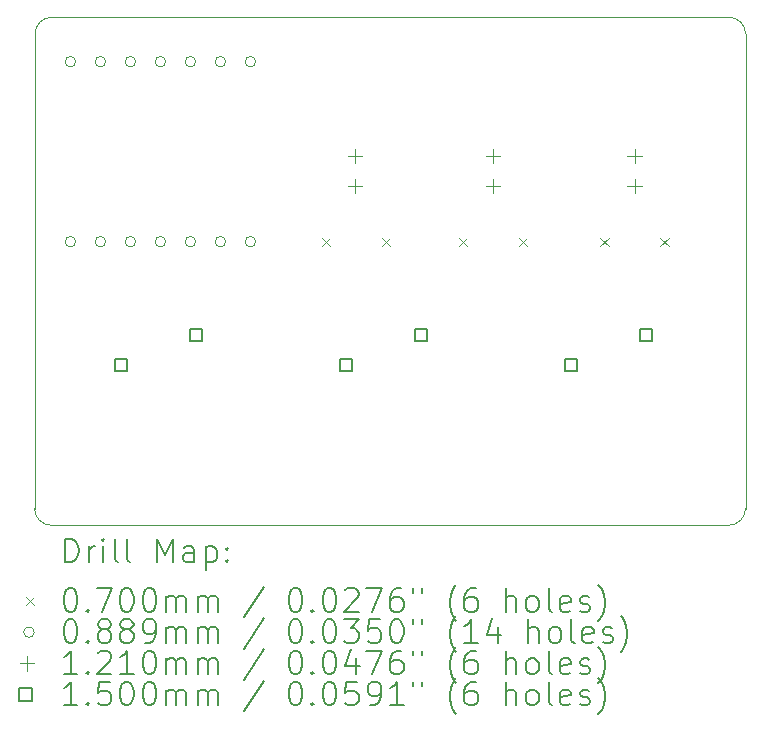
<source format=gbr>
%TF.GenerationSoftware,KiCad,Pcbnew,9.0.2*%
%TF.CreationDate,2025-07-03T20:49:34-05:00*%
%TF.ProjectId,pathfinder,70617468-6669-46e6-9465-722e6b696361,rev?*%
%TF.SameCoordinates,Original*%
%TF.FileFunction,Drillmap*%
%TF.FilePolarity,Positive*%
%FSLAX45Y45*%
G04 Gerber Fmt 4.5, Leading zero omitted, Abs format (unit mm)*
G04 Created by KiCad (PCBNEW 9.0.2) date 2025-07-03 20:49:34*
%MOMM*%
%LPD*%
G01*
G04 APERTURE LIST*
%ADD10C,0.050000*%
%ADD11C,0.200000*%
%ADD12C,0.100000*%
%ADD13C,0.121000*%
%ADD14C,0.150000*%
G04 APERTURE END LIST*
D10*
X8725000Y-7300000D02*
X14460000Y-7300000D01*
X14600000Y-11460000D02*
G75*
G02*
X14460000Y-11600000I-140000J0D01*
G01*
X8585000Y-7440000D02*
X8580000Y-11460000D01*
X8720000Y-11600000D02*
G75*
G02*
X8580000Y-11460000I0J140000D01*
G01*
X14460000Y-7300000D02*
G75*
G02*
X14600000Y-7440000I0J-140000D01*
G01*
X14600000Y-7440000D02*
X14600000Y-11460000D01*
X8585000Y-7440000D02*
G75*
G02*
X8725000Y-7300000I140000J0D01*
G01*
X14460000Y-11600000D02*
X8720000Y-11600000D01*
D11*
D12*
X11011000Y-9165000D02*
X11081000Y-9235000D01*
X11081000Y-9165000D02*
X11011000Y-9235000D01*
X11519000Y-9165000D02*
X11589000Y-9235000D01*
X11589000Y-9165000D02*
X11519000Y-9235000D01*
X12171000Y-9165000D02*
X12241000Y-9235000D01*
X12241000Y-9165000D02*
X12171000Y-9235000D01*
X12679000Y-9165000D02*
X12749000Y-9235000D01*
X12749000Y-9165000D02*
X12679000Y-9235000D01*
X13371000Y-9165000D02*
X13441000Y-9235000D01*
X13441000Y-9165000D02*
X13371000Y-9235000D01*
X13879000Y-9165000D02*
X13949000Y-9235000D01*
X13949000Y-9165000D02*
X13879000Y-9235000D01*
X8928550Y-7676000D02*
G75*
G02*
X8839650Y-7676000I-44450J0D01*
G01*
X8839650Y-7676000D02*
G75*
G02*
X8928550Y-7676000I44450J0D01*
G01*
X8928550Y-9200000D02*
G75*
G02*
X8839650Y-9200000I-44450J0D01*
G01*
X8839650Y-9200000D02*
G75*
G02*
X8928550Y-9200000I44450J0D01*
G01*
X9182550Y-7676000D02*
G75*
G02*
X9093650Y-7676000I-44450J0D01*
G01*
X9093650Y-7676000D02*
G75*
G02*
X9182550Y-7676000I44450J0D01*
G01*
X9182550Y-9200000D02*
G75*
G02*
X9093650Y-9200000I-44450J0D01*
G01*
X9093650Y-9200000D02*
G75*
G02*
X9182550Y-9200000I44450J0D01*
G01*
X9436550Y-7676000D02*
G75*
G02*
X9347650Y-7676000I-44450J0D01*
G01*
X9347650Y-7676000D02*
G75*
G02*
X9436550Y-7676000I44450J0D01*
G01*
X9436550Y-9200000D02*
G75*
G02*
X9347650Y-9200000I-44450J0D01*
G01*
X9347650Y-9200000D02*
G75*
G02*
X9436550Y-9200000I44450J0D01*
G01*
X9690550Y-7676000D02*
G75*
G02*
X9601650Y-7676000I-44450J0D01*
G01*
X9601650Y-7676000D02*
G75*
G02*
X9690550Y-7676000I44450J0D01*
G01*
X9690550Y-9200000D02*
G75*
G02*
X9601650Y-9200000I-44450J0D01*
G01*
X9601650Y-9200000D02*
G75*
G02*
X9690550Y-9200000I44450J0D01*
G01*
X9944550Y-7676000D02*
G75*
G02*
X9855650Y-7676000I-44450J0D01*
G01*
X9855650Y-7676000D02*
G75*
G02*
X9944550Y-7676000I44450J0D01*
G01*
X9944550Y-9200000D02*
G75*
G02*
X9855650Y-9200000I-44450J0D01*
G01*
X9855650Y-9200000D02*
G75*
G02*
X9944550Y-9200000I44450J0D01*
G01*
X10198550Y-7676000D02*
G75*
G02*
X10109650Y-7676000I-44450J0D01*
G01*
X10109650Y-7676000D02*
G75*
G02*
X10198550Y-7676000I44450J0D01*
G01*
X10198550Y-9200000D02*
G75*
G02*
X10109650Y-9200000I-44450J0D01*
G01*
X10109650Y-9200000D02*
G75*
G02*
X10198550Y-9200000I44450J0D01*
G01*
X10452550Y-7676000D02*
G75*
G02*
X10363650Y-7676000I-44450J0D01*
G01*
X10363650Y-7676000D02*
G75*
G02*
X10452550Y-7676000I44450J0D01*
G01*
X10452550Y-9200000D02*
G75*
G02*
X10363650Y-9200000I-44450J0D01*
G01*
X10363650Y-9200000D02*
G75*
G02*
X10452550Y-9200000I44450J0D01*
G01*
D13*
X11293300Y-8412500D02*
X11293300Y-8533500D01*
X11232800Y-8473000D02*
X11353800Y-8473000D01*
X11293300Y-8666500D02*
X11293300Y-8787500D01*
X11232800Y-8727000D02*
X11353800Y-8727000D01*
X12460000Y-8412500D02*
X12460000Y-8533500D01*
X12399500Y-8473000D02*
X12520500Y-8473000D01*
X12460000Y-8666500D02*
X12460000Y-8787500D01*
X12399500Y-8727000D02*
X12520500Y-8727000D01*
X13660000Y-8412500D02*
X13660000Y-8533500D01*
X13599500Y-8473000D02*
X13720500Y-8473000D01*
X13660000Y-8666500D02*
X13660000Y-8787500D01*
X13599500Y-8727000D02*
X13720500Y-8727000D01*
D14*
X9364034Y-10299034D02*
X9364034Y-10192967D01*
X9257967Y-10192967D01*
X9257967Y-10299034D01*
X9364034Y-10299034D01*
X9999034Y-10045034D02*
X9999034Y-9938967D01*
X9892967Y-9938967D01*
X9892967Y-10045034D01*
X9999034Y-10045034D01*
X11269033Y-10299034D02*
X11269033Y-10192967D01*
X11162967Y-10192967D01*
X11162967Y-10299034D01*
X11269033Y-10299034D01*
X11904033Y-10045034D02*
X11904033Y-9938967D01*
X11797966Y-9938967D01*
X11797966Y-10045034D01*
X11904033Y-10045034D01*
X13174033Y-10299034D02*
X13174033Y-10192967D01*
X13067966Y-10192967D01*
X13067966Y-10299034D01*
X13174033Y-10299034D01*
X13809033Y-10045034D02*
X13809033Y-9938967D01*
X13702966Y-9938967D01*
X13702966Y-10045034D01*
X13809033Y-10045034D01*
D11*
X8838277Y-11913984D02*
X8838277Y-11713984D01*
X8838277Y-11713984D02*
X8885896Y-11713984D01*
X8885896Y-11713984D02*
X8914467Y-11723508D01*
X8914467Y-11723508D02*
X8933515Y-11742555D01*
X8933515Y-11742555D02*
X8943039Y-11761603D01*
X8943039Y-11761603D02*
X8952563Y-11799698D01*
X8952563Y-11799698D02*
X8952563Y-11828269D01*
X8952563Y-11828269D02*
X8943039Y-11866365D01*
X8943039Y-11866365D02*
X8933515Y-11885412D01*
X8933515Y-11885412D02*
X8914467Y-11904460D01*
X8914467Y-11904460D02*
X8885896Y-11913984D01*
X8885896Y-11913984D02*
X8838277Y-11913984D01*
X9038277Y-11913984D02*
X9038277Y-11780650D01*
X9038277Y-11818746D02*
X9047801Y-11799698D01*
X9047801Y-11799698D02*
X9057324Y-11790174D01*
X9057324Y-11790174D02*
X9076372Y-11780650D01*
X9076372Y-11780650D02*
X9095420Y-11780650D01*
X9162086Y-11913984D02*
X9162086Y-11780650D01*
X9162086Y-11713984D02*
X9152563Y-11723508D01*
X9152563Y-11723508D02*
X9162086Y-11733031D01*
X9162086Y-11733031D02*
X9171610Y-11723508D01*
X9171610Y-11723508D02*
X9162086Y-11713984D01*
X9162086Y-11713984D02*
X9162086Y-11733031D01*
X9285896Y-11913984D02*
X9266848Y-11904460D01*
X9266848Y-11904460D02*
X9257324Y-11885412D01*
X9257324Y-11885412D02*
X9257324Y-11713984D01*
X9390658Y-11913984D02*
X9371610Y-11904460D01*
X9371610Y-11904460D02*
X9362086Y-11885412D01*
X9362086Y-11885412D02*
X9362086Y-11713984D01*
X9619229Y-11913984D02*
X9619229Y-11713984D01*
X9619229Y-11713984D02*
X9685896Y-11856841D01*
X9685896Y-11856841D02*
X9752563Y-11713984D01*
X9752563Y-11713984D02*
X9752563Y-11913984D01*
X9933515Y-11913984D02*
X9933515Y-11809222D01*
X9933515Y-11809222D02*
X9923991Y-11790174D01*
X9923991Y-11790174D02*
X9904944Y-11780650D01*
X9904944Y-11780650D02*
X9866848Y-11780650D01*
X9866848Y-11780650D02*
X9847801Y-11790174D01*
X9933515Y-11904460D02*
X9914467Y-11913984D01*
X9914467Y-11913984D02*
X9866848Y-11913984D01*
X9866848Y-11913984D02*
X9847801Y-11904460D01*
X9847801Y-11904460D02*
X9838277Y-11885412D01*
X9838277Y-11885412D02*
X9838277Y-11866365D01*
X9838277Y-11866365D02*
X9847801Y-11847317D01*
X9847801Y-11847317D02*
X9866848Y-11837793D01*
X9866848Y-11837793D02*
X9914467Y-11837793D01*
X9914467Y-11837793D02*
X9933515Y-11828269D01*
X10028753Y-11780650D02*
X10028753Y-11980650D01*
X10028753Y-11790174D02*
X10047801Y-11780650D01*
X10047801Y-11780650D02*
X10085896Y-11780650D01*
X10085896Y-11780650D02*
X10104944Y-11790174D01*
X10104944Y-11790174D02*
X10114467Y-11799698D01*
X10114467Y-11799698D02*
X10123991Y-11818746D01*
X10123991Y-11818746D02*
X10123991Y-11875888D01*
X10123991Y-11875888D02*
X10114467Y-11894936D01*
X10114467Y-11894936D02*
X10104944Y-11904460D01*
X10104944Y-11904460D02*
X10085896Y-11913984D01*
X10085896Y-11913984D02*
X10047801Y-11913984D01*
X10047801Y-11913984D02*
X10028753Y-11904460D01*
X10209705Y-11894936D02*
X10219229Y-11904460D01*
X10219229Y-11904460D02*
X10209705Y-11913984D01*
X10209705Y-11913984D02*
X10200182Y-11904460D01*
X10200182Y-11904460D02*
X10209705Y-11894936D01*
X10209705Y-11894936D02*
X10209705Y-11913984D01*
X10209705Y-11790174D02*
X10219229Y-11799698D01*
X10219229Y-11799698D02*
X10209705Y-11809222D01*
X10209705Y-11809222D02*
X10200182Y-11799698D01*
X10200182Y-11799698D02*
X10209705Y-11790174D01*
X10209705Y-11790174D02*
X10209705Y-11809222D01*
D12*
X8507500Y-12207500D02*
X8577500Y-12277500D01*
X8577500Y-12207500D02*
X8507500Y-12277500D01*
D11*
X8876372Y-12133984D02*
X8895420Y-12133984D01*
X8895420Y-12133984D02*
X8914467Y-12143508D01*
X8914467Y-12143508D02*
X8923991Y-12153031D01*
X8923991Y-12153031D02*
X8933515Y-12172079D01*
X8933515Y-12172079D02*
X8943039Y-12210174D01*
X8943039Y-12210174D02*
X8943039Y-12257793D01*
X8943039Y-12257793D02*
X8933515Y-12295888D01*
X8933515Y-12295888D02*
X8923991Y-12314936D01*
X8923991Y-12314936D02*
X8914467Y-12324460D01*
X8914467Y-12324460D02*
X8895420Y-12333984D01*
X8895420Y-12333984D02*
X8876372Y-12333984D01*
X8876372Y-12333984D02*
X8857324Y-12324460D01*
X8857324Y-12324460D02*
X8847801Y-12314936D01*
X8847801Y-12314936D02*
X8838277Y-12295888D01*
X8838277Y-12295888D02*
X8828753Y-12257793D01*
X8828753Y-12257793D02*
X8828753Y-12210174D01*
X8828753Y-12210174D02*
X8838277Y-12172079D01*
X8838277Y-12172079D02*
X8847801Y-12153031D01*
X8847801Y-12153031D02*
X8857324Y-12143508D01*
X8857324Y-12143508D02*
X8876372Y-12133984D01*
X9028753Y-12314936D02*
X9038277Y-12324460D01*
X9038277Y-12324460D02*
X9028753Y-12333984D01*
X9028753Y-12333984D02*
X9019229Y-12324460D01*
X9019229Y-12324460D02*
X9028753Y-12314936D01*
X9028753Y-12314936D02*
X9028753Y-12333984D01*
X9104944Y-12133984D02*
X9238277Y-12133984D01*
X9238277Y-12133984D02*
X9152563Y-12333984D01*
X9352563Y-12133984D02*
X9371610Y-12133984D01*
X9371610Y-12133984D02*
X9390658Y-12143508D01*
X9390658Y-12143508D02*
X9400182Y-12153031D01*
X9400182Y-12153031D02*
X9409705Y-12172079D01*
X9409705Y-12172079D02*
X9419229Y-12210174D01*
X9419229Y-12210174D02*
X9419229Y-12257793D01*
X9419229Y-12257793D02*
X9409705Y-12295888D01*
X9409705Y-12295888D02*
X9400182Y-12314936D01*
X9400182Y-12314936D02*
X9390658Y-12324460D01*
X9390658Y-12324460D02*
X9371610Y-12333984D01*
X9371610Y-12333984D02*
X9352563Y-12333984D01*
X9352563Y-12333984D02*
X9333515Y-12324460D01*
X9333515Y-12324460D02*
X9323991Y-12314936D01*
X9323991Y-12314936D02*
X9314467Y-12295888D01*
X9314467Y-12295888D02*
X9304944Y-12257793D01*
X9304944Y-12257793D02*
X9304944Y-12210174D01*
X9304944Y-12210174D02*
X9314467Y-12172079D01*
X9314467Y-12172079D02*
X9323991Y-12153031D01*
X9323991Y-12153031D02*
X9333515Y-12143508D01*
X9333515Y-12143508D02*
X9352563Y-12133984D01*
X9543039Y-12133984D02*
X9562086Y-12133984D01*
X9562086Y-12133984D02*
X9581134Y-12143508D01*
X9581134Y-12143508D02*
X9590658Y-12153031D01*
X9590658Y-12153031D02*
X9600182Y-12172079D01*
X9600182Y-12172079D02*
X9609705Y-12210174D01*
X9609705Y-12210174D02*
X9609705Y-12257793D01*
X9609705Y-12257793D02*
X9600182Y-12295888D01*
X9600182Y-12295888D02*
X9590658Y-12314936D01*
X9590658Y-12314936D02*
X9581134Y-12324460D01*
X9581134Y-12324460D02*
X9562086Y-12333984D01*
X9562086Y-12333984D02*
X9543039Y-12333984D01*
X9543039Y-12333984D02*
X9523991Y-12324460D01*
X9523991Y-12324460D02*
X9514467Y-12314936D01*
X9514467Y-12314936D02*
X9504944Y-12295888D01*
X9504944Y-12295888D02*
X9495420Y-12257793D01*
X9495420Y-12257793D02*
X9495420Y-12210174D01*
X9495420Y-12210174D02*
X9504944Y-12172079D01*
X9504944Y-12172079D02*
X9514467Y-12153031D01*
X9514467Y-12153031D02*
X9523991Y-12143508D01*
X9523991Y-12143508D02*
X9543039Y-12133984D01*
X9695420Y-12333984D02*
X9695420Y-12200650D01*
X9695420Y-12219698D02*
X9704944Y-12210174D01*
X9704944Y-12210174D02*
X9723991Y-12200650D01*
X9723991Y-12200650D02*
X9752563Y-12200650D01*
X9752563Y-12200650D02*
X9771610Y-12210174D01*
X9771610Y-12210174D02*
X9781134Y-12229222D01*
X9781134Y-12229222D02*
X9781134Y-12333984D01*
X9781134Y-12229222D02*
X9790658Y-12210174D01*
X9790658Y-12210174D02*
X9809705Y-12200650D01*
X9809705Y-12200650D02*
X9838277Y-12200650D01*
X9838277Y-12200650D02*
X9857325Y-12210174D01*
X9857325Y-12210174D02*
X9866848Y-12229222D01*
X9866848Y-12229222D02*
X9866848Y-12333984D01*
X9962086Y-12333984D02*
X9962086Y-12200650D01*
X9962086Y-12219698D02*
X9971610Y-12210174D01*
X9971610Y-12210174D02*
X9990658Y-12200650D01*
X9990658Y-12200650D02*
X10019229Y-12200650D01*
X10019229Y-12200650D02*
X10038277Y-12210174D01*
X10038277Y-12210174D02*
X10047801Y-12229222D01*
X10047801Y-12229222D02*
X10047801Y-12333984D01*
X10047801Y-12229222D02*
X10057325Y-12210174D01*
X10057325Y-12210174D02*
X10076372Y-12200650D01*
X10076372Y-12200650D02*
X10104944Y-12200650D01*
X10104944Y-12200650D02*
X10123991Y-12210174D01*
X10123991Y-12210174D02*
X10133515Y-12229222D01*
X10133515Y-12229222D02*
X10133515Y-12333984D01*
X10523991Y-12124460D02*
X10352563Y-12381603D01*
X10781134Y-12133984D02*
X10800182Y-12133984D01*
X10800182Y-12133984D02*
X10819229Y-12143508D01*
X10819229Y-12143508D02*
X10828753Y-12153031D01*
X10828753Y-12153031D02*
X10838277Y-12172079D01*
X10838277Y-12172079D02*
X10847801Y-12210174D01*
X10847801Y-12210174D02*
X10847801Y-12257793D01*
X10847801Y-12257793D02*
X10838277Y-12295888D01*
X10838277Y-12295888D02*
X10828753Y-12314936D01*
X10828753Y-12314936D02*
X10819229Y-12324460D01*
X10819229Y-12324460D02*
X10800182Y-12333984D01*
X10800182Y-12333984D02*
X10781134Y-12333984D01*
X10781134Y-12333984D02*
X10762087Y-12324460D01*
X10762087Y-12324460D02*
X10752563Y-12314936D01*
X10752563Y-12314936D02*
X10743039Y-12295888D01*
X10743039Y-12295888D02*
X10733515Y-12257793D01*
X10733515Y-12257793D02*
X10733515Y-12210174D01*
X10733515Y-12210174D02*
X10743039Y-12172079D01*
X10743039Y-12172079D02*
X10752563Y-12153031D01*
X10752563Y-12153031D02*
X10762087Y-12143508D01*
X10762087Y-12143508D02*
X10781134Y-12133984D01*
X10933515Y-12314936D02*
X10943039Y-12324460D01*
X10943039Y-12324460D02*
X10933515Y-12333984D01*
X10933515Y-12333984D02*
X10923991Y-12324460D01*
X10923991Y-12324460D02*
X10933515Y-12314936D01*
X10933515Y-12314936D02*
X10933515Y-12333984D01*
X11066848Y-12133984D02*
X11085896Y-12133984D01*
X11085896Y-12133984D02*
X11104944Y-12143508D01*
X11104944Y-12143508D02*
X11114468Y-12153031D01*
X11114468Y-12153031D02*
X11123991Y-12172079D01*
X11123991Y-12172079D02*
X11133515Y-12210174D01*
X11133515Y-12210174D02*
X11133515Y-12257793D01*
X11133515Y-12257793D02*
X11123991Y-12295888D01*
X11123991Y-12295888D02*
X11114468Y-12314936D01*
X11114468Y-12314936D02*
X11104944Y-12324460D01*
X11104944Y-12324460D02*
X11085896Y-12333984D01*
X11085896Y-12333984D02*
X11066848Y-12333984D01*
X11066848Y-12333984D02*
X11047801Y-12324460D01*
X11047801Y-12324460D02*
X11038277Y-12314936D01*
X11038277Y-12314936D02*
X11028753Y-12295888D01*
X11028753Y-12295888D02*
X11019229Y-12257793D01*
X11019229Y-12257793D02*
X11019229Y-12210174D01*
X11019229Y-12210174D02*
X11028753Y-12172079D01*
X11028753Y-12172079D02*
X11038277Y-12153031D01*
X11038277Y-12153031D02*
X11047801Y-12143508D01*
X11047801Y-12143508D02*
X11066848Y-12133984D01*
X11209706Y-12153031D02*
X11219229Y-12143508D01*
X11219229Y-12143508D02*
X11238277Y-12133984D01*
X11238277Y-12133984D02*
X11285896Y-12133984D01*
X11285896Y-12133984D02*
X11304944Y-12143508D01*
X11304944Y-12143508D02*
X11314467Y-12153031D01*
X11314467Y-12153031D02*
X11323991Y-12172079D01*
X11323991Y-12172079D02*
X11323991Y-12191127D01*
X11323991Y-12191127D02*
X11314467Y-12219698D01*
X11314467Y-12219698D02*
X11200182Y-12333984D01*
X11200182Y-12333984D02*
X11323991Y-12333984D01*
X11390658Y-12133984D02*
X11523991Y-12133984D01*
X11523991Y-12133984D02*
X11438277Y-12333984D01*
X11685896Y-12133984D02*
X11647801Y-12133984D01*
X11647801Y-12133984D02*
X11628753Y-12143508D01*
X11628753Y-12143508D02*
X11619229Y-12153031D01*
X11619229Y-12153031D02*
X11600182Y-12181603D01*
X11600182Y-12181603D02*
X11590658Y-12219698D01*
X11590658Y-12219698D02*
X11590658Y-12295888D01*
X11590658Y-12295888D02*
X11600182Y-12314936D01*
X11600182Y-12314936D02*
X11609706Y-12324460D01*
X11609706Y-12324460D02*
X11628753Y-12333984D01*
X11628753Y-12333984D02*
X11666848Y-12333984D01*
X11666848Y-12333984D02*
X11685896Y-12324460D01*
X11685896Y-12324460D02*
X11695420Y-12314936D01*
X11695420Y-12314936D02*
X11704944Y-12295888D01*
X11704944Y-12295888D02*
X11704944Y-12248269D01*
X11704944Y-12248269D02*
X11695420Y-12229222D01*
X11695420Y-12229222D02*
X11685896Y-12219698D01*
X11685896Y-12219698D02*
X11666848Y-12210174D01*
X11666848Y-12210174D02*
X11628753Y-12210174D01*
X11628753Y-12210174D02*
X11609706Y-12219698D01*
X11609706Y-12219698D02*
X11600182Y-12229222D01*
X11600182Y-12229222D02*
X11590658Y-12248269D01*
X11781134Y-12133984D02*
X11781134Y-12172079D01*
X11857325Y-12133984D02*
X11857325Y-12172079D01*
X12152563Y-12410174D02*
X12143039Y-12400650D01*
X12143039Y-12400650D02*
X12123991Y-12372079D01*
X12123991Y-12372079D02*
X12114468Y-12353031D01*
X12114468Y-12353031D02*
X12104944Y-12324460D01*
X12104944Y-12324460D02*
X12095420Y-12276841D01*
X12095420Y-12276841D02*
X12095420Y-12238746D01*
X12095420Y-12238746D02*
X12104944Y-12191127D01*
X12104944Y-12191127D02*
X12114468Y-12162555D01*
X12114468Y-12162555D02*
X12123991Y-12143508D01*
X12123991Y-12143508D02*
X12143039Y-12114936D01*
X12143039Y-12114936D02*
X12152563Y-12105412D01*
X12314468Y-12133984D02*
X12276372Y-12133984D01*
X12276372Y-12133984D02*
X12257325Y-12143508D01*
X12257325Y-12143508D02*
X12247801Y-12153031D01*
X12247801Y-12153031D02*
X12228753Y-12181603D01*
X12228753Y-12181603D02*
X12219229Y-12219698D01*
X12219229Y-12219698D02*
X12219229Y-12295888D01*
X12219229Y-12295888D02*
X12228753Y-12314936D01*
X12228753Y-12314936D02*
X12238277Y-12324460D01*
X12238277Y-12324460D02*
X12257325Y-12333984D01*
X12257325Y-12333984D02*
X12295420Y-12333984D01*
X12295420Y-12333984D02*
X12314468Y-12324460D01*
X12314468Y-12324460D02*
X12323991Y-12314936D01*
X12323991Y-12314936D02*
X12333515Y-12295888D01*
X12333515Y-12295888D02*
X12333515Y-12248269D01*
X12333515Y-12248269D02*
X12323991Y-12229222D01*
X12323991Y-12229222D02*
X12314468Y-12219698D01*
X12314468Y-12219698D02*
X12295420Y-12210174D01*
X12295420Y-12210174D02*
X12257325Y-12210174D01*
X12257325Y-12210174D02*
X12238277Y-12219698D01*
X12238277Y-12219698D02*
X12228753Y-12229222D01*
X12228753Y-12229222D02*
X12219229Y-12248269D01*
X12571610Y-12333984D02*
X12571610Y-12133984D01*
X12657325Y-12333984D02*
X12657325Y-12229222D01*
X12657325Y-12229222D02*
X12647801Y-12210174D01*
X12647801Y-12210174D02*
X12628753Y-12200650D01*
X12628753Y-12200650D02*
X12600182Y-12200650D01*
X12600182Y-12200650D02*
X12581134Y-12210174D01*
X12581134Y-12210174D02*
X12571610Y-12219698D01*
X12781134Y-12333984D02*
X12762087Y-12324460D01*
X12762087Y-12324460D02*
X12752563Y-12314936D01*
X12752563Y-12314936D02*
X12743039Y-12295888D01*
X12743039Y-12295888D02*
X12743039Y-12238746D01*
X12743039Y-12238746D02*
X12752563Y-12219698D01*
X12752563Y-12219698D02*
X12762087Y-12210174D01*
X12762087Y-12210174D02*
X12781134Y-12200650D01*
X12781134Y-12200650D02*
X12809706Y-12200650D01*
X12809706Y-12200650D02*
X12828753Y-12210174D01*
X12828753Y-12210174D02*
X12838277Y-12219698D01*
X12838277Y-12219698D02*
X12847801Y-12238746D01*
X12847801Y-12238746D02*
X12847801Y-12295888D01*
X12847801Y-12295888D02*
X12838277Y-12314936D01*
X12838277Y-12314936D02*
X12828753Y-12324460D01*
X12828753Y-12324460D02*
X12809706Y-12333984D01*
X12809706Y-12333984D02*
X12781134Y-12333984D01*
X12962087Y-12333984D02*
X12943039Y-12324460D01*
X12943039Y-12324460D02*
X12933515Y-12305412D01*
X12933515Y-12305412D02*
X12933515Y-12133984D01*
X13114468Y-12324460D02*
X13095420Y-12333984D01*
X13095420Y-12333984D02*
X13057325Y-12333984D01*
X13057325Y-12333984D02*
X13038277Y-12324460D01*
X13038277Y-12324460D02*
X13028753Y-12305412D01*
X13028753Y-12305412D02*
X13028753Y-12229222D01*
X13028753Y-12229222D02*
X13038277Y-12210174D01*
X13038277Y-12210174D02*
X13057325Y-12200650D01*
X13057325Y-12200650D02*
X13095420Y-12200650D01*
X13095420Y-12200650D02*
X13114468Y-12210174D01*
X13114468Y-12210174D02*
X13123991Y-12229222D01*
X13123991Y-12229222D02*
X13123991Y-12248269D01*
X13123991Y-12248269D02*
X13028753Y-12267317D01*
X13200182Y-12324460D02*
X13219230Y-12333984D01*
X13219230Y-12333984D02*
X13257325Y-12333984D01*
X13257325Y-12333984D02*
X13276372Y-12324460D01*
X13276372Y-12324460D02*
X13285896Y-12305412D01*
X13285896Y-12305412D02*
X13285896Y-12295888D01*
X13285896Y-12295888D02*
X13276372Y-12276841D01*
X13276372Y-12276841D02*
X13257325Y-12267317D01*
X13257325Y-12267317D02*
X13228753Y-12267317D01*
X13228753Y-12267317D02*
X13209706Y-12257793D01*
X13209706Y-12257793D02*
X13200182Y-12238746D01*
X13200182Y-12238746D02*
X13200182Y-12229222D01*
X13200182Y-12229222D02*
X13209706Y-12210174D01*
X13209706Y-12210174D02*
X13228753Y-12200650D01*
X13228753Y-12200650D02*
X13257325Y-12200650D01*
X13257325Y-12200650D02*
X13276372Y-12210174D01*
X13352563Y-12410174D02*
X13362087Y-12400650D01*
X13362087Y-12400650D02*
X13381134Y-12372079D01*
X13381134Y-12372079D02*
X13390658Y-12353031D01*
X13390658Y-12353031D02*
X13400182Y-12324460D01*
X13400182Y-12324460D02*
X13409706Y-12276841D01*
X13409706Y-12276841D02*
X13409706Y-12238746D01*
X13409706Y-12238746D02*
X13400182Y-12191127D01*
X13400182Y-12191127D02*
X13390658Y-12162555D01*
X13390658Y-12162555D02*
X13381134Y-12143508D01*
X13381134Y-12143508D02*
X13362087Y-12114936D01*
X13362087Y-12114936D02*
X13352563Y-12105412D01*
D12*
X8577500Y-12506500D02*
G75*
G02*
X8488600Y-12506500I-44450J0D01*
G01*
X8488600Y-12506500D02*
G75*
G02*
X8577500Y-12506500I44450J0D01*
G01*
D11*
X8876372Y-12397984D02*
X8895420Y-12397984D01*
X8895420Y-12397984D02*
X8914467Y-12407508D01*
X8914467Y-12407508D02*
X8923991Y-12417031D01*
X8923991Y-12417031D02*
X8933515Y-12436079D01*
X8933515Y-12436079D02*
X8943039Y-12474174D01*
X8943039Y-12474174D02*
X8943039Y-12521793D01*
X8943039Y-12521793D02*
X8933515Y-12559888D01*
X8933515Y-12559888D02*
X8923991Y-12578936D01*
X8923991Y-12578936D02*
X8914467Y-12588460D01*
X8914467Y-12588460D02*
X8895420Y-12597984D01*
X8895420Y-12597984D02*
X8876372Y-12597984D01*
X8876372Y-12597984D02*
X8857324Y-12588460D01*
X8857324Y-12588460D02*
X8847801Y-12578936D01*
X8847801Y-12578936D02*
X8838277Y-12559888D01*
X8838277Y-12559888D02*
X8828753Y-12521793D01*
X8828753Y-12521793D02*
X8828753Y-12474174D01*
X8828753Y-12474174D02*
X8838277Y-12436079D01*
X8838277Y-12436079D02*
X8847801Y-12417031D01*
X8847801Y-12417031D02*
X8857324Y-12407508D01*
X8857324Y-12407508D02*
X8876372Y-12397984D01*
X9028753Y-12578936D02*
X9038277Y-12588460D01*
X9038277Y-12588460D02*
X9028753Y-12597984D01*
X9028753Y-12597984D02*
X9019229Y-12588460D01*
X9019229Y-12588460D02*
X9028753Y-12578936D01*
X9028753Y-12578936D02*
X9028753Y-12597984D01*
X9152563Y-12483698D02*
X9133515Y-12474174D01*
X9133515Y-12474174D02*
X9123991Y-12464650D01*
X9123991Y-12464650D02*
X9114467Y-12445603D01*
X9114467Y-12445603D02*
X9114467Y-12436079D01*
X9114467Y-12436079D02*
X9123991Y-12417031D01*
X9123991Y-12417031D02*
X9133515Y-12407508D01*
X9133515Y-12407508D02*
X9152563Y-12397984D01*
X9152563Y-12397984D02*
X9190658Y-12397984D01*
X9190658Y-12397984D02*
X9209705Y-12407508D01*
X9209705Y-12407508D02*
X9219229Y-12417031D01*
X9219229Y-12417031D02*
X9228753Y-12436079D01*
X9228753Y-12436079D02*
X9228753Y-12445603D01*
X9228753Y-12445603D02*
X9219229Y-12464650D01*
X9219229Y-12464650D02*
X9209705Y-12474174D01*
X9209705Y-12474174D02*
X9190658Y-12483698D01*
X9190658Y-12483698D02*
X9152563Y-12483698D01*
X9152563Y-12483698D02*
X9133515Y-12493222D01*
X9133515Y-12493222D02*
X9123991Y-12502746D01*
X9123991Y-12502746D02*
X9114467Y-12521793D01*
X9114467Y-12521793D02*
X9114467Y-12559888D01*
X9114467Y-12559888D02*
X9123991Y-12578936D01*
X9123991Y-12578936D02*
X9133515Y-12588460D01*
X9133515Y-12588460D02*
X9152563Y-12597984D01*
X9152563Y-12597984D02*
X9190658Y-12597984D01*
X9190658Y-12597984D02*
X9209705Y-12588460D01*
X9209705Y-12588460D02*
X9219229Y-12578936D01*
X9219229Y-12578936D02*
X9228753Y-12559888D01*
X9228753Y-12559888D02*
X9228753Y-12521793D01*
X9228753Y-12521793D02*
X9219229Y-12502746D01*
X9219229Y-12502746D02*
X9209705Y-12493222D01*
X9209705Y-12493222D02*
X9190658Y-12483698D01*
X9343039Y-12483698D02*
X9323991Y-12474174D01*
X9323991Y-12474174D02*
X9314467Y-12464650D01*
X9314467Y-12464650D02*
X9304944Y-12445603D01*
X9304944Y-12445603D02*
X9304944Y-12436079D01*
X9304944Y-12436079D02*
X9314467Y-12417031D01*
X9314467Y-12417031D02*
X9323991Y-12407508D01*
X9323991Y-12407508D02*
X9343039Y-12397984D01*
X9343039Y-12397984D02*
X9381134Y-12397984D01*
X9381134Y-12397984D02*
X9400182Y-12407508D01*
X9400182Y-12407508D02*
X9409705Y-12417031D01*
X9409705Y-12417031D02*
X9419229Y-12436079D01*
X9419229Y-12436079D02*
X9419229Y-12445603D01*
X9419229Y-12445603D02*
X9409705Y-12464650D01*
X9409705Y-12464650D02*
X9400182Y-12474174D01*
X9400182Y-12474174D02*
X9381134Y-12483698D01*
X9381134Y-12483698D02*
X9343039Y-12483698D01*
X9343039Y-12483698D02*
X9323991Y-12493222D01*
X9323991Y-12493222D02*
X9314467Y-12502746D01*
X9314467Y-12502746D02*
X9304944Y-12521793D01*
X9304944Y-12521793D02*
X9304944Y-12559888D01*
X9304944Y-12559888D02*
X9314467Y-12578936D01*
X9314467Y-12578936D02*
X9323991Y-12588460D01*
X9323991Y-12588460D02*
X9343039Y-12597984D01*
X9343039Y-12597984D02*
X9381134Y-12597984D01*
X9381134Y-12597984D02*
X9400182Y-12588460D01*
X9400182Y-12588460D02*
X9409705Y-12578936D01*
X9409705Y-12578936D02*
X9419229Y-12559888D01*
X9419229Y-12559888D02*
X9419229Y-12521793D01*
X9419229Y-12521793D02*
X9409705Y-12502746D01*
X9409705Y-12502746D02*
X9400182Y-12493222D01*
X9400182Y-12493222D02*
X9381134Y-12483698D01*
X9514467Y-12597984D02*
X9552563Y-12597984D01*
X9552563Y-12597984D02*
X9571610Y-12588460D01*
X9571610Y-12588460D02*
X9581134Y-12578936D01*
X9581134Y-12578936D02*
X9600182Y-12550365D01*
X9600182Y-12550365D02*
X9609705Y-12512269D01*
X9609705Y-12512269D02*
X9609705Y-12436079D01*
X9609705Y-12436079D02*
X9600182Y-12417031D01*
X9600182Y-12417031D02*
X9590658Y-12407508D01*
X9590658Y-12407508D02*
X9571610Y-12397984D01*
X9571610Y-12397984D02*
X9533515Y-12397984D01*
X9533515Y-12397984D02*
X9514467Y-12407508D01*
X9514467Y-12407508D02*
X9504944Y-12417031D01*
X9504944Y-12417031D02*
X9495420Y-12436079D01*
X9495420Y-12436079D02*
X9495420Y-12483698D01*
X9495420Y-12483698D02*
X9504944Y-12502746D01*
X9504944Y-12502746D02*
X9514467Y-12512269D01*
X9514467Y-12512269D02*
X9533515Y-12521793D01*
X9533515Y-12521793D02*
X9571610Y-12521793D01*
X9571610Y-12521793D02*
X9590658Y-12512269D01*
X9590658Y-12512269D02*
X9600182Y-12502746D01*
X9600182Y-12502746D02*
X9609705Y-12483698D01*
X9695420Y-12597984D02*
X9695420Y-12464650D01*
X9695420Y-12483698D02*
X9704944Y-12474174D01*
X9704944Y-12474174D02*
X9723991Y-12464650D01*
X9723991Y-12464650D02*
X9752563Y-12464650D01*
X9752563Y-12464650D02*
X9771610Y-12474174D01*
X9771610Y-12474174D02*
X9781134Y-12493222D01*
X9781134Y-12493222D02*
X9781134Y-12597984D01*
X9781134Y-12493222D02*
X9790658Y-12474174D01*
X9790658Y-12474174D02*
X9809705Y-12464650D01*
X9809705Y-12464650D02*
X9838277Y-12464650D01*
X9838277Y-12464650D02*
X9857325Y-12474174D01*
X9857325Y-12474174D02*
X9866848Y-12493222D01*
X9866848Y-12493222D02*
X9866848Y-12597984D01*
X9962086Y-12597984D02*
X9962086Y-12464650D01*
X9962086Y-12483698D02*
X9971610Y-12474174D01*
X9971610Y-12474174D02*
X9990658Y-12464650D01*
X9990658Y-12464650D02*
X10019229Y-12464650D01*
X10019229Y-12464650D02*
X10038277Y-12474174D01*
X10038277Y-12474174D02*
X10047801Y-12493222D01*
X10047801Y-12493222D02*
X10047801Y-12597984D01*
X10047801Y-12493222D02*
X10057325Y-12474174D01*
X10057325Y-12474174D02*
X10076372Y-12464650D01*
X10076372Y-12464650D02*
X10104944Y-12464650D01*
X10104944Y-12464650D02*
X10123991Y-12474174D01*
X10123991Y-12474174D02*
X10133515Y-12493222D01*
X10133515Y-12493222D02*
X10133515Y-12597984D01*
X10523991Y-12388460D02*
X10352563Y-12645603D01*
X10781134Y-12397984D02*
X10800182Y-12397984D01*
X10800182Y-12397984D02*
X10819229Y-12407508D01*
X10819229Y-12407508D02*
X10828753Y-12417031D01*
X10828753Y-12417031D02*
X10838277Y-12436079D01*
X10838277Y-12436079D02*
X10847801Y-12474174D01*
X10847801Y-12474174D02*
X10847801Y-12521793D01*
X10847801Y-12521793D02*
X10838277Y-12559888D01*
X10838277Y-12559888D02*
X10828753Y-12578936D01*
X10828753Y-12578936D02*
X10819229Y-12588460D01*
X10819229Y-12588460D02*
X10800182Y-12597984D01*
X10800182Y-12597984D02*
X10781134Y-12597984D01*
X10781134Y-12597984D02*
X10762087Y-12588460D01*
X10762087Y-12588460D02*
X10752563Y-12578936D01*
X10752563Y-12578936D02*
X10743039Y-12559888D01*
X10743039Y-12559888D02*
X10733515Y-12521793D01*
X10733515Y-12521793D02*
X10733515Y-12474174D01*
X10733515Y-12474174D02*
X10743039Y-12436079D01*
X10743039Y-12436079D02*
X10752563Y-12417031D01*
X10752563Y-12417031D02*
X10762087Y-12407508D01*
X10762087Y-12407508D02*
X10781134Y-12397984D01*
X10933515Y-12578936D02*
X10943039Y-12588460D01*
X10943039Y-12588460D02*
X10933515Y-12597984D01*
X10933515Y-12597984D02*
X10923991Y-12588460D01*
X10923991Y-12588460D02*
X10933515Y-12578936D01*
X10933515Y-12578936D02*
X10933515Y-12597984D01*
X11066848Y-12397984D02*
X11085896Y-12397984D01*
X11085896Y-12397984D02*
X11104944Y-12407508D01*
X11104944Y-12407508D02*
X11114468Y-12417031D01*
X11114468Y-12417031D02*
X11123991Y-12436079D01*
X11123991Y-12436079D02*
X11133515Y-12474174D01*
X11133515Y-12474174D02*
X11133515Y-12521793D01*
X11133515Y-12521793D02*
X11123991Y-12559888D01*
X11123991Y-12559888D02*
X11114468Y-12578936D01*
X11114468Y-12578936D02*
X11104944Y-12588460D01*
X11104944Y-12588460D02*
X11085896Y-12597984D01*
X11085896Y-12597984D02*
X11066848Y-12597984D01*
X11066848Y-12597984D02*
X11047801Y-12588460D01*
X11047801Y-12588460D02*
X11038277Y-12578936D01*
X11038277Y-12578936D02*
X11028753Y-12559888D01*
X11028753Y-12559888D02*
X11019229Y-12521793D01*
X11019229Y-12521793D02*
X11019229Y-12474174D01*
X11019229Y-12474174D02*
X11028753Y-12436079D01*
X11028753Y-12436079D02*
X11038277Y-12417031D01*
X11038277Y-12417031D02*
X11047801Y-12407508D01*
X11047801Y-12407508D02*
X11066848Y-12397984D01*
X11200182Y-12397984D02*
X11323991Y-12397984D01*
X11323991Y-12397984D02*
X11257325Y-12474174D01*
X11257325Y-12474174D02*
X11285896Y-12474174D01*
X11285896Y-12474174D02*
X11304944Y-12483698D01*
X11304944Y-12483698D02*
X11314467Y-12493222D01*
X11314467Y-12493222D02*
X11323991Y-12512269D01*
X11323991Y-12512269D02*
X11323991Y-12559888D01*
X11323991Y-12559888D02*
X11314467Y-12578936D01*
X11314467Y-12578936D02*
X11304944Y-12588460D01*
X11304944Y-12588460D02*
X11285896Y-12597984D01*
X11285896Y-12597984D02*
X11228753Y-12597984D01*
X11228753Y-12597984D02*
X11209706Y-12588460D01*
X11209706Y-12588460D02*
X11200182Y-12578936D01*
X11504944Y-12397984D02*
X11409706Y-12397984D01*
X11409706Y-12397984D02*
X11400182Y-12493222D01*
X11400182Y-12493222D02*
X11409706Y-12483698D01*
X11409706Y-12483698D02*
X11428753Y-12474174D01*
X11428753Y-12474174D02*
X11476372Y-12474174D01*
X11476372Y-12474174D02*
X11495420Y-12483698D01*
X11495420Y-12483698D02*
X11504944Y-12493222D01*
X11504944Y-12493222D02*
X11514467Y-12512269D01*
X11514467Y-12512269D02*
X11514467Y-12559888D01*
X11514467Y-12559888D02*
X11504944Y-12578936D01*
X11504944Y-12578936D02*
X11495420Y-12588460D01*
X11495420Y-12588460D02*
X11476372Y-12597984D01*
X11476372Y-12597984D02*
X11428753Y-12597984D01*
X11428753Y-12597984D02*
X11409706Y-12588460D01*
X11409706Y-12588460D02*
X11400182Y-12578936D01*
X11638277Y-12397984D02*
X11657325Y-12397984D01*
X11657325Y-12397984D02*
X11676372Y-12407508D01*
X11676372Y-12407508D02*
X11685896Y-12417031D01*
X11685896Y-12417031D02*
X11695420Y-12436079D01*
X11695420Y-12436079D02*
X11704944Y-12474174D01*
X11704944Y-12474174D02*
X11704944Y-12521793D01*
X11704944Y-12521793D02*
X11695420Y-12559888D01*
X11695420Y-12559888D02*
X11685896Y-12578936D01*
X11685896Y-12578936D02*
X11676372Y-12588460D01*
X11676372Y-12588460D02*
X11657325Y-12597984D01*
X11657325Y-12597984D02*
X11638277Y-12597984D01*
X11638277Y-12597984D02*
X11619229Y-12588460D01*
X11619229Y-12588460D02*
X11609706Y-12578936D01*
X11609706Y-12578936D02*
X11600182Y-12559888D01*
X11600182Y-12559888D02*
X11590658Y-12521793D01*
X11590658Y-12521793D02*
X11590658Y-12474174D01*
X11590658Y-12474174D02*
X11600182Y-12436079D01*
X11600182Y-12436079D02*
X11609706Y-12417031D01*
X11609706Y-12417031D02*
X11619229Y-12407508D01*
X11619229Y-12407508D02*
X11638277Y-12397984D01*
X11781134Y-12397984D02*
X11781134Y-12436079D01*
X11857325Y-12397984D02*
X11857325Y-12436079D01*
X12152563Y-12674174D02*
X12143039Y-12664650D01*
X12143039Y-12664650D02*
X12123991Y-12636079D01*
X12123991Y-12636079D02*
X12114468Y-12617031D01*
X12114468Y-12617031D02*
X12104944Y-12588460D01*
X12104944Y-12588460D02*
X12095420Y-12540841D01*
X12095420Y-12540841D02*
X12095420Y-12502746D01*
X12095420Y-12502746D02*
X12104944Y-12455127D01*
X12104944Y-12455127D02*
X12114468Y-12426555D01*
X12114468Y-12426555D02*
X12123991Y-12407508D01*
X12123991Y-12407508D02*
X12143039Y-12378936D01*
X12143039Y-12378936D02*
X12152563Y-12369412D01*
X12333515Y-12597984D02*
X12219229Y-12597984D01*
X12276372Y-12597984D02*
X12276372Y-12397984D01*
X12276372Y-12397984D02*
X12257325Y-12426555D01*
X12257325Y-12426555D02*
X12238277Y-12445603D01*
X12238277Y-12445603D02*
X12219229Y-12455127D01*
X12504944Y-12464650D02*
X12504944Y-12597984D01*
X12457325Y-12388460D02*
X12409706Y-12531317D01*
X12409706Y-12531317D02*
X12533515Y-12531317D01*
X12762087Y-12597984D02*
X12762087Y-12397984D01*
X12847801Y-12597984D02*
X12847801Y-12493222D01*
X12847801Y-12493222D02*
X12838277Y-12474174D01*
X12838277Y-12474174D02*
X12819230Y-12464650D01*
X12819230Y-12464650D02*
X12790658Y-12464650D01*
X12790658Y-12464650D02*
X12771610Y-12474174D01*
X12771610Y-12474174D02*
X12762087Y-12483698D01*
X12971610Y-12597984D02*
X12952563Y-12588460D01*
X12952563Y-12588460D02*
X12943039Y-12578936D01*
X12943039Y-12578936D02*
X12933515Y-12559888D01*
X12933515Y-12559888D02*
X12933515Y-12502746D01*
X12933515Y-12502746D02*
X12943039Y-12483698D01*
X12943039Y-12483698D02*
X12952563Y-12474174D01*
X12952563Y-12474174D02*
X12971610Y-12464650D01*
X12971610Y-12464650D02*
X13000182Y-12464650D01*
X13000182Y-12464650D02*
X13019230Y-12474174D01*
X13019230Y-12474174D02*
X13028753Y-12483698D01*
X13028753Y-12483698D02*
X13038277Y-12502746D01*
X13038277Y-12502746D02*
X13038277Y-12559888D01*
X13038277Y-12559888D02*
X13028753Y-12578936D01*
X13028753Y-12578936D02*
X13019230Y-12588460D01*
X13019230Y-12588460D02*
X13000182Y-12597984D01*
X13000182Y-12597984D02*
X12971610Y-12597984D01*
X13152563Y-12597984D02*
X13133515Y-12588460D01*
X13133515Y-12588460D02*
X13123991Y-12569412D01*
X13123991Y-12569412D02*
X13123991Y-12397984D01*
X13304944Y-12588460D02*
X13285896Y-12597984D01*
X13285896Y-12597984D02*
X13247801Y-12597984D01*
X13247801Y-12597984D02*
X13228753Y-12588460D01*
X13228753Y-12588460D02*
X13219230Y-12569412D01*
X13219230Y-12569412D02*
X13219230Y-12493222D01*
X13219230Y-12493222D02*
X13228753Y-12474174D01*
X13228753Y-12474174D02*
X13247801Y-12464650D01*
X13247801Y-12464650D02*
X13285896Y-12464650D01*
X13285896Y-12464650D02*
X13304944Y-12474174D01*
X13304944Y-12474174D02*
X13314468Y-12493222D01*
X13314468Y-12493222D02*
X13314468Y-12512269D01*
X13314468Y-12512269D02*
X13219230Y-12531317D01*
X13390658Y-12588460D02*
X13409706Y-12597984D01*
X13409706Y-12597984D02*
X13447801Y-12597984D01*
X13447801Y-12597984D02*
X13466849Y-12588460D01*
X13466849Y-12588460D02*
X13476372Y-12569412D01*
X13476372Y-12569412D02*
X13476372Y-12559888D01*
X13476372Y-12559888D02*
X13466849Y-12540841D01*
X13466849Y-12540841D02*
X13447801Y-12531317D01*
X13447801Y-12531317D02*
X13419230Y-12531317D01*
X13419230Y-12531317D02*
X13400182Y-12521793D01*
X13400182Y-12521793D02*
X13390658Y-12502746D01*
X13390658Y-12502746D02*
X13390658Y-12493222D01*
X13390658Y-12493222D02*
X13400182Y-12474174D01*
X13400182Y-12474174D02*
X13419230Y-12464650D01*
X13419230Y-12464650D02*
X13447801Y-12464650D01*
X13447801Y-12464650D02*
X13466849Y-12474174D01*
X13543039Y-12674174D02*
X13552563Y-12664650D01*
X13552563Y-12664650D02*
X13571611Y-12636079D01*
X13571611Y-12636079D02*
X13581134Y-12617031D01*
X13581134Y-12617031D02*
X13590658Y-12588460D01*
X13590658Y-12588460D02*
X13600182Y-12540841D01*
X13600182Y-12540841D02*
X13600182Y-12502746D01*
X13600182Y-12502746D02*
X13590658Y-12455127D01*
X13590658Y-12455127D02*
X13581134Y-12426555D01*
X13581134Y-12426555D02*
X13571611Y-12407508D01*
X13571611Y-12407508D02*
X13552563Y-12378936D01*
X13552563Y-12378936D02*
X13543039Y-12369412D01*
D13*
X8517000Y-12710000D02*
X8517000Y-12831000D01*
X8456500Y-12770500D02*
X8577500Y-12770500D01*
D11*
X8943039Y-12861984D02*
X8828753Y-12861984D01*
X8885896Y-12861984D02*
X8885896Y-12661984D01*
X8885896Y-12661984D02*
X8866848Y-12690555D01*
X8866848Y-12690555D02*
X8847801Y-12709603D01*
X8847801Y-12709603D02*
X8828753Y-12719127D01*
X9028753Y-12842936D02*
X9038277Y-12852460D01*
X9038277Y-12852460D02*
X9028753Y-12861984D01*
X9028753Y-12861984D02*
X9019229Y-12852460D01*
X9019229Y-12852460D02*
X9028753Y-12842936D01*
X9028753Y-12842936D02*
X9028753Y-12861984D01*
X9114467Y-12681031D02*
X9123991Y-12671508D01*
X9123991Y-12671508D02*
X9143039Y-12661984D01*
X9143039Y-12661984D02*
X9190658Y-12661984D01*
X9190658Y-12661984D02*
X9209705Y-12671508D01*
X9209705Y-12671508D02*
X9219229Y-12681031D01*
X9219229Y-12681031D02*
X9228753Y-12700079D01*
X9228753Y-12700079D02*
X9228753Y-12719127D01*
X9228753Y-12719127D02*
X9219229Y-12747698D01*
X9219229Y-12747698D02*
X9104944Y-12861984D01*
X9104944Y-12861984D02*
X9228753Y-12861984D01*
X9419229Y-12861984D02*
X9304944Y-12861984D01*
X9362086Y-12861984D02*
X9362086Y-12661984D01*
X9362086Y-12661984D02*
X9343039Y-12690555D01*
X9343039Y-12690555D02*
X9323991Y-12709603D01*
X9323991Y-12709603D02*
X9304944Y-12719127D01*
X9543039Y-12661984D02*
X9562086Y-12661984D01*
X9562086Y-12661984D02*
X9581134Y-12671508D01*
X9581134Y-12671508D02*
X9590658Y-12681031D01*
X9590658Y-12681031D02*
X9600182Y-12700079D01*
X9600182Y-12700079D02*
X9609705Y-12738174D01*
X9609705Y-12738174D02*
X9609705Y-12785793D01*
X9609705Y-12785793D02*
X9600182Y-12823888D01*
X9600182Y-12823888D02*
X9590658Y-12842936D01*
X9590658Y-12842936D02*
X9581134Y-12852460D01*
X9581134Y-12852460D02*
X9562086Y-12861984D01*
X9562086Y-12861984D02*
X9543039Y-12861984D01*
X9543039Y-12861984D02*
X9523991Y-12852460D01*
X9523991Y-12852460D02*
X9514467Y-12842936D01*
X9514467Y-12842936D02*
X9504944Y-12823888D01*
X9504944Y-12823888D02*
X9495420Y-12785793D01*
X9495420Y-12785793D02*
X9495420Y-12738174D01*
X9495420Y-12738174D02*
X9504944Y-12700079D01*
X9504944Y-12700079D02*
X9514467Y-12681031D01*
X9514467Y-12681031D02*
X9523991Y-12671508D01*
X9523991Y-12671508D02*
X9543039Y-12661984D01*
X9695420Y-12861984D02*
X9695420Y-12728650D01*
X9695420Y-12747698D02*
X9704944Y-12738174D01*
X9704944Y-12738174D02*
X9723991Y-12728650D01*
X9723991Y-12728650D02*
X9752563Y-12728650D01*
X9752563Y-12728650D02*
X9771610Y-12738174D01*
X9771610Y-12738174D02*
X9781134Y-12757222D01*
X9781134Y-12757222D02*
X9781134Y-12861984D01*
X9781134Y-12757222D02*
X9790658Y-12738174D01*
X9790658Y-12738174D02*
X9809705Y-12728650D01*
X9809705Y-12728650D02*
X9838277Y-12728650D01*
X9838277Y-12728650D02*
X9857325Y-12738174D01*
X9857325Y-12738174D02*
X9866848Y-12757222D01*
X9866848Y-12757222D02*
X9866848Y-12861984D01*
X9962086Y-12861984D02*
X9962086Y-12728650D01*
X9962086Y-12747698D02*
X9971610Y-12738174D01*
X9971610Y-12738174D02*
X9990658Y-12728650D01*
X9990658Y-12728650D02*
X10019229Y-12728650D01*
X10019229Y-12728650D02*
X10038277Y-12738174D01*
X10038277Y-12738174D02*
X10047801Y-12757222D01*
X10047801Y-12757222D02*
X10047801Y-12861984D01*
X10047801Y-12757222D02*
X10057325Y-12738174D01*
X10057325Y-12738174D02*
X10076372Y-12728650D01*
X10076372Y-12728650D02*
X10104944Y-12728650D01*
X10104944Y-12728650D02*
X10123991Y-12738174D01*
X10123991Y-12738174D02*
X10133515Y-12757222D01*
X10133515Y-12757222D02*
X10133515Y-12861984D01*
X10523991Y-12652460D02*
X10352563Y-12909603D01*
X10781134Y-12661984D02*
X10800182Y-12661984D01*
X10800182Y-12661984D02*
X10819229Y-12671508D01*
X10819229Y-12671508D02*
X10828753Y-12681031D01*
X10828753Y-12681031D02*
X10838277Y-12700079D01*
X10838277Y-12700079D02*
X10847801Y-12738174D01*
X10847801Y-12738174D02*
X10847801Y-12785793D01*
X10847801Y-12785793D02*
X10838277Y-12823888D01*
X10838277Y-12823888D02*
X10828753Y-12842936D01*
X10828753Y-12842936D02*
X10819229Y-12852460D01*
X10819229Y-12852460D02*
X10800182Y-12861984D01*
X10800182Y-12861984D02*
X10781134Y-12861984D01*
X10781134Y-12861984D02*
X10762087Y-12852460D01*
X10762087Y-12852460D02*
X10752563Y-12842936D01*
X10752563Y-12842936D02*
X10743039Y-12823888D01*
X10743039Y-12823888D02*
X10733515Y-12785793D01*
X10733515Y-12785793D02*
X10733515Y-12738174D01*
X10733515Y-12738174D02*
X10743039Y-12700079D01*
X10743039Y-12700079D02*
X10752563Y-12681031D01*
X10752563Y-12681031D02*
X10762087Y-12671508D01*
X10762087Y-12671508D02*
X10781134Y-12661984D01*
X10933515Y-12842936D02*
X10943039Y-12852460D01*
X10943039Y-12852460D02*
X10933515Y-12861984D01*
X10933515Y-12861984D02*
X10923991Y-12852460D01*
X10923991Y-12852460D02*
X10933515Y-12842936D01*
X10933515Y-12842936D02*
X10933515Y-12861984D01*
X11066848Y-12661984D02*
X11085896Y-12661984D01*
X11085896Y-12661984D02*
X11104944Y-12671508D01*
X11104944Y-12671508D02*
X11114468Y-12681031D01*
X11114468Y-12681031D02*
X11123991Y-12700079D01*
X11123991Y-12700079D02*
X11133515Y-12738174D01*
X11133515Y-12738174D02*
X11133515Y-12785793D01*
X11133515Y-12785793D02*
X11123991Y-12823888D01*
X11123991Y-12823888D02*
X11114468Y-12842936D01*
X11114468Y-12842936D02*
X11104944Y-12852460D01*
X11104944Y-12852460D02*
X11085896Y-12861984D01*
X11085896Y-12861984D02*
X11066848Y-12861984D01*
X11066848Y-12861984D02*
X11047801Y-12852460D01*
X11047801Y-12852460D02*
X11038277Y-12842936D01*
X11038277Y-12842936D02*
X11028753Y-12823888D01*
X11028753Y-12823888D02*
X11019229Y-12785793D01*
X11019229Y-12785793D02*
X11019229Y-12738174D01*
X11019229Y-12738174D02*
X11028753Y-12700079D01*
X11028753Y-12700079D02*
X11038277Y-12681031D01*
X11038277Y-12681031D02*
X11047801Y-12671508D01*
X11047801Y-12671508D02*
X11066848Y-12661984D01*
X11304944Y-12728650D02*
X11304944Y-12861984D01*
X11257325Y-12652460D02*
X11209706Y-12795317D01*
X11209706Y-12795317D02*
X11333515Y-12795317D01*
X11390658Y-12661984D02*
X11523991Y-12661984D01*
X11523991Y-12661984D02*
X11438277Y-12861984D01*
X11685896Y-12661984D02*
X11647801Y-12661984D01*
X11647801Y-12661984D02*
X11628753Y-12671508D01*
X11628753Y-12671508D02*
X11619229Y-12681031D01*
X11619229Y-12681031D02*
X11600182Y-12709603D01*
X11600182Y-12709603D02*
X11590658Y-12747698D01*
X11590658Y-12747698D02*
X11590658Y-12823888D01*
X11590658Y-12823888D02*
X11600182Y-12842936D01*
X11600182Y-12842936D02*
X11609706Y-12852460D01*
X11609706Y-12852460D02*
X11628753Y-12861984D01*
X11628753Y-12861984D02*
X11666848Y-12861984D01*
X11666848Y-12861984D02*
X11685896Y-12852460D01*
X11685896Y-12852460D02*
X11695420Y-12842936D01*
X11695420Y-12842936D02*
X11704944Y-12823888D01*
X11704944Y-12823888D02*
X11704944Y-12776269D01*
X11704944Y-12776269D02*
X11695420Y-12757222D01*
X11695420Y-12757222D02*
X11685896Y-12747698D01*
X11685896Y-12747698D02*
X11666848Y-12738174D01*
X11666848Y-12738174D02*
X11628753Y-12738174D01*
X11628753Y-12738174D02*
X11609706Y-12747698D01*
X11609706Y-12747698D02*
X11600182Y-12757222D01*
X11600182Y-12757222D02*
X11590658Y-12776269D01*
X11781134Y-12661984D02*
X11781134Y-12700079D01*
X11857325Y-12661984D02*
X11857325Y-12700079D01*
X12152563Y-12938174D02*
X12143039Y-12928650D01*
X12143039Y-12928650D02*
X12123991Y-12900079D01*
X12123991Y-12900079D02*
X12114468Y-12881031D01*
X12114468Y-12881031D02*
X12104944Y-12852460D01*
X12104944Y-12852460D02*
X12095420Y-12804841D01*
X12095420Y-12804841D02*
X12095420Y-12766746D01*
X12095420Y-12766746D02*
X12104944Y-12719127D01*
X12104944Y-12719127D02*
X12114468Y-12690555D01*
X12114468Y-12690555D02*
X12123991Y-12671508D01*
X12123991Y-12671508D02*
X12143039Y-12642936D01*
X12143039Y-12642936D02*
X12152563Y-12633412D01*
X12314468Y-12661984D02*
X12276372Y-12661984D01*
X12276372Y-12661984D02*
X12257325Y-12671508D01*
X12257325Y-12671508D02*
X12247801Y-12681031D01*
X12247801Y-12681031D02*
X12228753Y-12709603D01*
X12228753Y-12709603D02*
X12219229Y-12747698D01*
X12219229Y-12747698D02*
X12219229Y-12823888D01*
X12219229Y-12823888D02*
X12228753Y-12842936D01*
X12228753Y-12842936D02*
X12238277Y-12852460D01*
X12238277Y-12852460D02*
X12257325Y-12861984D01*
X12257325Y-12861984D02*
X12295420Y-12861984D01*
X12295420Y-12861984D02*
X12314468Y-12852460D01*
X12314468Y-12852460D02*
X12323991Y-12842936D01*
X12323991Y-12842936D02*
X12333515Y-12823888D01*
X12333515Y-12823888D02*
X12333515Y-12776269D01*
X12333515Y-12776269D02*
X12323991Y-12757222D01*
X12323991Y-12757222D02*
X12314468Y-12747698D01*
X12314468Y-12747698D02*
X12295420Y-12738174D01*
X12295420Y-12738174D02*
X12257325Y-12738174D01*
X12257325Y-12738174D02*
X12238277Y-12747698D01*
X12238277Y-12747698D02*
X12228753Y-12757222D01*
X12228753Y-12757222D02*
X12219229Y-12776269D01*
X12571610Y-12861984D02*
X12571610Y-12661984D01*
X12657325Y-12861984D02*
X12657325Y-12757222D01*
X12657325Y-12757222D02*
X12647801Y-12738174D01*
X12647801Y-12738174D02*
X12628753Y-12728650D01*
X12628753Y-12728650D02*
X12600182Y-12728650D01*
X12600182Y-12728650D02*
X12581134Y-12738174D01*
X12581134Y-12738174D02*
X12571610Y-12747698D01*
X12781134Y-12861984D02*
X12762087Y-12852460D01*
X12762087Y-12852460D02*
X12752563Y-12842936D01*
X12752563Y-12842936D02*
X12743039Y-12823888D01*
X12743039Y-12823888D02*
X12743039Y-12766746D01*
X12743039Y-12766746D02*
X12752563Y-12747698D01*
X12752563Y-12747698D02*
X12762087Y-12738174D01*
X12762087Y-12738174D02*
X12781134Y-12728650D01*
X12781134Y-12728650D02*
X12809706Y-12728650D01*
X12809706Y-12728650D02*
X12828753Y-12738174D01*
X12828753Y-12738174D02*
X12838277Y-12747698D01*
X12838277Y-12747698D02*
X12847801Y-12766746D01*
X12847801Y-12766746D02*
X12847801Y-12823888D01*
X12847801Y-12823888D02*
X12838277Y-12842936D01*
X12838277Y-12842936D02*
X12828753Y-12852460D01*
X12828753Y-12852460D02*
X12809706Y-12861984D01*
X12809706Y-12861984D02*
X12781134Y-12861984D01*
X12962087Y-12861984D02*
X12943039Y-12852460D01*
X12943039Y-12852460D02*
X12933515Y-12833412D01*
X12933515Y-12833412D02*
X12933515Y-12661984D01*
X13114468Y-12852460D02*
X13095420Y-12861984D01*
X13095420Y-12861984D02*
X13057325Y-12861984D01*
X13057325Y-12861984D02*
X13038277Y-12852460D01*
X13038277Y-12852460D02*
X13028753Y-12833412D01*
X13028753Y-12833412D02*
X13028753Y-12757222D01*
X13028753Y-12757222D02*
X13038277Y-12738174D01*
X13038277Y-12738174D02*
X13057325Y-12728650D01*
X13057325Y-12728650D02*
X13095420Y-12728650D01*
X13095420Y-12728650D02*
X13114468Y-12738174D01*
X13114468Y-12738174D02*
X13123991Y-12757222D01*
X13123991Y-12757222D02*
X13123991Y-12776269D01*
X13123991Y-12776269D02*
X13028753Y-12795317D01*
X13200182Y-12852460D02*
X13219230Y-12861984D01*
X13219230Y-12861984D02*
X13257325Y-12861984D01*
X13257325Y-12861984D02*
X13276372Y-12852460D01*
X13276372Y-12852460D02*
X13285896Y-12833412D01*
X13285896Y-12833412D02*
X13285896Y-12823888D01*
X13285896Y-12823888D02*
X13276372Y-12804841D01*
X13276372Y-12804841D02*
X13257325Y-12795317D01*
X13257325Y-12795317D02*
X13228753Y-12795317D01*
X13228753Y-12795317D02*
X13209706Y-12785793D01*
X13209706Y-12785793D02*
X13200182Y-12766746D01*
X13200182Y-12766746D02*
X13200182Y-12757222D01*
X13200182Y-12757222D02*
X13209706Y-12738174D01*
X13209706Y-12738174D02*
X13228753Y-12728650D01*
X13228753Y-12728650D02*
X13257325Y-12728650D01*
X13257325Y-12728650D02*
X13276372Y-12738174D01*
X13352563Y-12938174D02*
X13362087Y-12928650D01*
X13362087Y-12928650D02*
X13381134Y-12900079D01*
X13381134Y-12900079D02*
X13390658Y-12881031D01*
X13390658Y-12881031D02*
X13400182Y-12852460D01*
X13400182Y-12852460D02*
X13409706Y-12804841D01*
X13409706Y-12804841D02*
X13409706Y-12766746D01*
X13409706Y-12766746D02*
X13400182Y-12719127D01*
X13400182Y-12719127D02*
X13390658Y-12690555D01*
X13390658Y-12690555D02*
X13381134Y-12671508D01*
X13381134Y-12671508D02*
X13362087Y-12642936D01*
X13362087Y-12642936D02*
X13352563Y-12633412D01*
D14*
X8555534Y-13087533D02*
X8555534Y-12981466D01*
X8449467Y-12981466D01*
X8449467Y-13087533D01*
X8555534Y-13087533D01*
D11*
X8943039Y-13125984D02*
X8828753Y-13125984D01*
X8885896Y-13125984D02*
X8885896Y-12925984D01*
X8885896Y-12925984D02*
X8866848Y-12954555D01*
X8866848Y-12954555D02*
X8847801Y-12973603D01*
X8847801Y-12973603D02*
X8828753Y-12983127D01*
X9028753Y-13106936D02*
X9038277Y-13116460D01*
X9038277Y-13116460D02*
X9028753Y-13125984D01*
X9028753Y-13125984D02*
X9019229Y-13116460D01*
X9019229Y-13116460D02*
X9028753Y-13106936D01*
X9028753Y-13106936D02*
X9028753Y-13125984D01*
X9219229Y-12925984D02*
X9123991Y-12925984D01*
X9123991Y-12925984D02*
X9114467Y-13021222D01*
X9114467Y-13021222D02*
X9123991Y-13011698D01*
X9123991Y-13011698D02*
X9143039Y-13002174D01*
X9143039Y-13002174D02*
X9190658Y-13002174D01*
X9190658Y-13002174D02*
X9209705Y-13011698D01*
X9209705Y-13011698D02*
X9219229Y-13021222D01*
X9219229Y-13021222D02*
X9228753Y-13040269D01*
X9228753Y-13040269D02*
X9228753Y-13087888D01*
X9228753Y-13087888D02*
X9219229Y-13106936D01*
X9219229Y-13106936D02*
X9209705Y-13116460D01*
X9209705Y-13116460D02*
X9190658Y-13125984D01*
X9190658Y-13125984D02*
X9143039Y-13125984D01*
X9143039Y-13125984D02*
X9123991Y-13116460D01*
X9123991Y-13116460D02*
X9114467Y-13106936D01*
X9352563Y-12925984D02*
X9371610Y-12925984D01*
X9371610Y-12925984D02*
X9390658Y-12935508D01*
X9390658Y-12935508D02*
X9400182Y-12945031D01*
X9400182Y-12945031D02*
X9409705Y-12964079D01*
X9409705Y-12964079D02*
X9419229Y-13002174D01*
X9419229Y-13002174D02*
X9419229Y-13049793D01*
X9419229Y-13049793D02*
X9409705Y-13087888D01*
X9409705Y-13087888D02*
X9400182Y-13106936D01*
X9400182Y-13106936D02*
X9390658Y-13116460D01*
X9390658Y-13116460D02*
X9371610Y-13125984D01*
X9371610Y-13125984D02*
X9352563Y-13125984D01*
X9352563Y-13125984D02*
X9333515Y-13116460D01*
X9333515Y-13116460D02*
X9323991Y-13106936D01*
X9323991Y-13106936D02*
X9314467Y-13087888D01*
X9314467Y-13087888D02*
X9304944Y-13049793D01*
X9304944Y-13049793D02*
X9304944Y-13002174D01*
X9304944Y-13002174D02*
X9314467Y-12964079D01*
X9314467Y-12964079D02*
X9323991Y-12945031D01*
X9323991Y-12945031D02*
X9333515Y-12935508D01*
X9333515Y-12935508D02*
X9352563Y-12925984D01*
X9543039Y-12925984D02*
X9562086Y-12925984D01*
X9562086Y-12925984D02*
X9581134Y-12935508D01*
X9581134Y-12935508D02*
X9590658Y-12945031D01*
X9590658Y-12945031D02*
X9600182Y-12964079D01*
X9600182Y-12964079D02*
X9609705Y-13002174D01*
X9609705Y-13002174D02*
X9609705Y-13049793D01*
X9609705Y-13049793D02*
X9600182Y-13087888D01*
X9600182Y-13087888D02*
X9590658Y-13106936D01*
X9590658Y-13106936D02*
X9581134Y-13116460D01*
X9581134Y-13116460D02*
X9562086Y-13125984D01*
X9562086Y-13125984D02*
X9543039Y-13125984D01*
X9543039Y-13125984D02*
X9523991Y-13116460D01*
X9523991Y-13116460D02*
X9514467Y-13106936D01*
X9514467Y-13106936D02*
X9504944Y-13087888D01*
X9504944Y-13087888D02*
X9495420Y-13049793D01*
X9495420Y-13049793D02*
X9495420Y-13002174D01*
X9495420Y-13002174D02*
X9504944Y-12964079D01*
X9504944Y-12964079D02*
X9514467Y-12945031D01*
X9514467Y-12945031D02*
X9523991Y-12935508D01*
X9523991Y-12935508D02*
X9543039Y-12925984D01*
X9695420Y-13125984D02*
X9695420Y-12992650D01*
X9695420Y-13011698D02*
X9704944Y-13002174D01*
X9704944Y-13002174D02*
X9723991Y-12992650D01*
X9723991Y-12992650D02*
X9752563Y-12992650D01*
X9752563Y-12992650D02*
X9771610Y-13002174D01*
X9771610Y-13002174D02*
X9781134Y-13021222D01*
X9781134Y-13021222D02*
X9781134Y-13125984D01*
X9781134Y-13021222D02*
X9790658Y-13002174D01*
X9790658Y-13002174D02*
X9809705Y-12992650D01*
X9809705Y-12992650D02*
X9838277Y-12992650D01*
X9838277Y-12992650D02*
X9857325Y-13002174D01*
X9857325Y-13002174D02*
X9866848Y-13021222D01*
X9866848Y-13021222D02*
X9866848Y-13125984D01*
X9962086Y-13125984D02*
X9962086Y-12992650D01*
X9962086Y-13011698D02*
X9971610Y-13002174D01*
X9971610Y-13002174D02*
X9990658Y-12992650D01*
X9990658Y-12992650D02*
X10019229Y-12992650D01*
X10019229Y-12992650D02*
X10038277Y-13002174D01*
X10038277Y-13002174D02*
X10047801Y-13021222D01*
X10047801Y-13021222D02*
X10047801Y-13125984D01*
X10047801Y-13021222D02*
X10057325Y-13002174D01*
X10057325Y-13002174D02*
X10076372Y-12992650D01*
X10076372Y-12992650D02*
X10104944Y-12992650D01*
X10104944Y-12992650D02*
X10123991Y-13002174D01*
X10123991Y-13002174D02*
X10133515Y-13021222D01*
X10133515Y-13021222D02*
X10133515Y-13125984D01*
X10523991Y-12916460D02*
X10352563Y-13173603D01*
X10781134Y-12925984D02*
X10800182Y-12925984D01*
X10800182Y-12925984D02*
X10819229Y-12935508D01*
X10819229Y-12935508D02*
X10828753Y-12945031D01*
X10828753Y-12945031D02*
X10838277Y-12964079D01*
X10838277Y-12964079D02*
X10847801Y-13002174D01*
X10847801Y-13002174D02*
X10847801Y-13049793D01*
X10847801Y-13049793D02*
X10838277Y-13087888D01*
X10838277Y-13087888D02*
X10828753Y-13106936D01*
X10828753Y-13106936D02*
X10819229Y-13116460D01*
X10819229Y-13116460D02*
X10800182Y-13125984D01*
X10800182Y-13125984D02*
X10781134Y-13125984D01*
X10781134Y-13125984D02*
X10762087Y-13116460D01*
X10762087Y-13116460D02*
X10752563Y-13106936D01*
X10752563Y-13106936D02*
X10743039Y-13087888D01*
X10743039Y-13087888D02*
X10733515Y-13049793D01*
X10733515Y-13049793D02*
X10733515Y-13002174D01*
X10733515Y-13002174D02*
X10743039Y-12964079D01*
X10743039Y-12964079D02*
X10752563Y-12945031D01*
X10752563Y-12945031D02*
X10762087Y-12935508D01*
X10762087Y-12935508D02*
X10781134Y-12925984D01*
X10933515Y-13106936D02*
X10943039Y-13116460D01*
X10943039Y-13116460D02*
X10933515Y-13125984D01*
X10933515Y-13125984D02*
X10923991Y-13116460D01*
X10923991Y-13116460D02*
X10933515Y-13106936D01*
X10933515Y-13106936D02*
X10933515Y-13125984D01*
X11066848Y-12925984D02*
X11085896Y-12925984D01*
X11085896Y-12925984D02*
X11104944Y-12935508D01*
X11104944Y-12935508D02*
X11114468Y-12945031D01*
X11114468Y-12945031D02*
X11123991Y-12964079D01*
X11123991Y-12964079D02*
X11133515Y-13002174D01*
X11133515Y-13002174D02*
X11133515Y-13049793D01*
X11133515Y-13049793D02*
X11123991Y-13087888D01*
X11123991Y-13087888D02*
X11114468Y-13106936D01*
X11114468Y-13106936D02*
X11104944Y-13116460D01*
X11104944Y-13116460D02*
X11085896Y-13125984D01*
X11085896Y-13125984D02*
X11066848Y-13125984D01*
X11066848Y-13125984D02*
X11047801Y-13116460D01*
X11047801Y-13116460D02*
X11038277Y-13106936D01*
X11038277Y-13106936D02*
X11028753Y-13087888D01*
X11028753Y-13087888D02*
X11019229Y-13049793D01*
X11019229Y-13049793D02*
X11019229Y-13002174D01*
X11019229Y-13002174D02*
X11028753Y-12964079D01*
X11028753Y-12964079D02*
X11038277Y-12945031D01*
X11038277Y-12945031D02*
X11047801Y-12935508D01*
X11047801Y-12935508D02*
X11066848Y-12925984D01*
X11314467Y-12925984D02*
X11219229Y-12925984D01*
X11219229Y-12925984D02*
X11209706Y-13021222D01*
X11209706Y-13021222D02*
X11219229Y-13011698D01*
X11219229Y-13011698D02*
X11238277Y-13002174D01*
X11238277Y-13002174D02*
X11285896Y-13002174D01*
X11285896Y-13002174D02*
X11304944Y-13011698D01*
X11304944Y-13011698D02*
X11314467Y-13021222D01*
X11314467Y-13021222D02*
X11323991Y-13040269D01*
X11323991Y-13040269D02*
X11323991Y-13087888D01*
X11323991Y-13087888D02*
X11314467Y-13106936D01*
X11314467Y-13106936D02*
X11304944Y-13116460D01*
X11304944Y-13116460D02*
X11285896Y-13125984D01*
X11285896Y-13125984D02*
X11238277Y-13125984D01*
X11238277Y-13125984D02*
X11219229Y-13116460D01*
X11219229Y-13116460D02*
X11209706Y-13106936D01*
X11419229Y-13125984D02*
X11457325Y-13125984D01*
X11457325Y-13125984D02*
X11476372Y-13116460D01*
X11476372Y-13116460D02*
X11485896Y-13106936D01*
X11485896Y-13106936D02*
X11504944Y-13078365D01*
X11504944Y-13078365D02*
X11514467Y-13040269D01*
X11514467Y-13040269D02*
X11514467Y-12964079D01*
X11514467Y-12964079D02*
X11504944Y-12945031D01*
X11504944Y-12945031D02*
X11495420Y-12935508D01*
X11495420Y-12935508D02*
X11476372Y-12925984D01*
X11476372Y-12925984D02*
X11438277Y-12925984D01*
X11438277Y-12925984D02*
X11419229Y-12935508D01*
X11419229Y-12935508D02*
X11409706Y-12945031D01*
X11409706Y-12945031D02*
X11400182Y-12964079D01*
X11400182Y-12964079D02*
X11400182Y-13011698D01*
X11400182Y-13011698D02*
X11409706Y-13030746D01*
X11409706Y-13030746D02*
X11419229Y-13040269D01*
X11419229Y-13040269D02*
X11438277Y-13049793D01*
X11438277Y-13049793D02*
X11476372Y-13049793D01*
X11476372Y-13049793D02*
X11495420Y-13040269D01*
X11495420Y-13040269D02*
X11504944Y-13030746D01*
X11504944Y-13030746D02*
X11514467Y-13011698D01*
X11704944Y-13125984D02*
X11590658Y-13125984D01*
X11647801Y-13125984D02*
X11647801Y-12925984D01*
X11647801Y-12925984D02*
X11628753Y-12954555D01*
X11628753Y-12954555D02*
X11609706Y-12973603D01*
X11609706Y-12973603D02*
X11590658Y-12983127D01*
X11781134Y-12925984D02*
X11781134Y-12964079D01*
X11857325Y-12925984D02*
X11857325Y-12964079D01*
X12152563Y-13202174D02*
X12143039Y-13192650D01*
X12143039Y-13192650D02*
X12123991Y-13164079D01*
X12123991Y-13164079D02*
X12114468Y-13145031D01*
X12114468Y-13145031D02*
X12104944Y-13116460D01*
X12104944Y-13116460D02*
X12095420Y-13068841D01*
X12095420Y-13068841D02*
X12095420Y-13030746D01*
X12095420Y-13030746D02*
X12104944Y-12983127D01*
X12104944Y-12983127D02*
X12114468Y-12954555D01*
X12114468Y-12954555D02*
X12123991Y-12935508D01*
X12123991Y-12935508D02*
X12143039Y-12906936D01*
X12143039Y-12906936D02*
X12152563Y-12897412D01*
X12314468Y-12925984D02*
X12276372Y-12925984D01*
X12276372Y-12925984D02*
X12257325Y-12935508D01*
X12257325Y-12935508D02*
X12247801Y-12945031D01*
X12247801Y-12945031D02*
X12228753Y-12973603D01*
X12228753Y-12973603D02*
X12219229Y-13011698D01*
X12219229Y-13011698D02*
X12219229Y-13087888D01*
X12219229Y-13087888D02*
X12228753Y-13106936D01*
X12228753Y-13106936D02*
X12238277Y-13116460D01*
X12238277Y-13116460D02*
X12257325Y-13125984D01*
X12257325Y-13125984D02*
X12295420Y-13125984D01*
X12295420Y-13125984D02*
X12314468Y-13116460D01*
X12314468Y-13116460D02*
X12323991Y-13106936D01*
X12323991Y-13106936D02*
X12333515Y-13087888D01*
X12333515Y-13087888D02*
X12333515Y-13040269D01*
X12333515Y-13040269D02*
X12323991Y-13021222D01*
X12323991Y-13021222D02*
X12314468Y-13011698D01*
X12314468Y-13011698D02*
X12295420Y-13002174D01*
X12295420Y-13002174D02*
X12257325Y-13002174D01*
X12257325Y-13002174D02*
X12238277Y-13011698D01*
X12238277Y-13011698D02*
X12228753Y-13021222D01*
X12228753Y-13021222D02*
X12219229Y-13040269D01*
X12571610Y-13125984D02*
X12571610Y-12925984D01*
X12657325Y-13125984D02*
X12657325Y-13021222D01*
X12657325Y-13021222D02*
X12647801Y-13002174D01*
X12647801Y-13002174D02*
X12628753Y-12992650D01*
X12628753Y-12992650D02*
X12600182Y-12992650D01*
X12600182Y-12992650D02*
X12581134Y-13002174D01*
X12581134Y-13002174D02*
X12571610Y-13011698D01*
X12781134Y-13125984D02*
X12762087Y-13116460D01*
X12762087Y-13116460D02*
X12752563Y-13106936D01*
X12752563Y-13106936D02*
X12743039Y-13087888D01*
X12743039Y-13087888D02*
X12743039Y-13030746D01*
X12743039Y-13030746D02*
X12752563Y-13011698D01*
X12752563Y-13011698D02*
X12762087Y-13002174D01*
X12762087Y-13002174D02*
X12781134Y-12992650D01*
X12781134Y-12992650D02*
X12809706Y-12992650D01*
X12809706Y-12992650D02*
X12828753Y-13002174D01*
X12828753Y-13002174D02*
X12838277Y-13011698D01*
X12838277Y-13011698D02*
X12847801Y-13030746D01*
X12847801Y-13030746D02*
X12847801Y-13087888D01*
X12847801Y-13087888D02*
X12838277Y-13106936D01*
X12838277Y-13106936D02*
X12828753Y-13116460D01*
X12828753Y-13116460D02*
X12809706Y-13125984D01*
X12809706Y-13125984D02*
X12781134Y-13125984D01*
X12962087Y-13125984D02*
X12943039Y-13116460D01*
X12943039Y-13116460D02*
X12933515Y-13097412D01*
X12933515Y-13097412D02*
X12933515Y-12925984D01*
X13114468Y-13116460D02*
X13095420Y-13125984D01*
X13095420Y-13125984D02*
X13057325Y-13125984D01*
X13057325Y-13125984D02*
X13038277Y-13116460D01*
X13038277Y-13116460D02*
X13028753Y-13097412D01*
X13028753Y-13097412D02*
X13028753Y-13021222D01*
X13028753Y-13021222D02*
X13038277Y-13002174D01*
X13038277Y-13002174D02*
X13057325Y-12992650D01*
X13057325Y-12992650D02*
X13095420Y-12992650D01*
X13095420Y-12992650D02*
X13114468Y-13002174D01*
X13114468Y-13002174D02*
X13123991Y-13021222D01*
X13123991Y-13021222D02*
X13123991Y-13040269D01*
X13123991Y-13040269D02*
X13028753Y-13059317D01*
X13200182Y-13116460D02*
X13219230Y-13125984D01*
X13219230Y-13125984D02*
X13257325Y-13125984D01*
X13257325Y-13125984D02*
X13276372Y-13116460D01*
X13276372Y-13116460D02*
X13285896Y-13097412D01*
X13285896Y-13097412D02*
X13285896Y-13087888D01*
X13285896Y-13087888D02*
X13276372Y-13068841D01*
X13276372Y-13068841D02*
X13257325Y-13059317D01*
X13257325Y-13059317D02*
X13228753Y-13059317D01*
X13228753Y-13059317D02*
X13209706Y-13049793D01*
X13209706Y-13049793D02*
X13200182Y-13030746D01*
X13200182Y-13030746D02*
X13200182Y-13021222D01*
X13200182Y-13021222D02*
X13209706Y-13002174D01*
X13209706Y-13002174D02*
X13228753Y-12992650D01*
X13228753Y-12992650D02*
X13257325Y-12992650D01*
X13257325Y-12992650D02*
X13276372Y-13002174D01*
X13352563Y-13202174D02*
X13362087Y-13192650D01*
X13362087Y-13192650D02*
X13381134Y-13164079D01*
X13381134Y-13164079D02*
X13390658Y-13145031D01*
X13390658Y-13145031D02*
X13400182Y-13116460D01*
X13400182Y-13116460D02*
X13409706Y-13068841D01*
X13409706Y-13068841D02*
X13409706Y-13030746D01*
X13409706Y-13030746D02*
X13400182Y-12983127D01*
X13400182Y-12983127D02*
X13390658Y-12954555D01*
X13390658Y-12954555D02*
X13381134Y-12935508D01*
X13381134Y-12935508D02*
X13362087Y-12906936D01*
X13362087Y-12906936D02*
X13352563Y-12897412D01*
M02*

</source>
